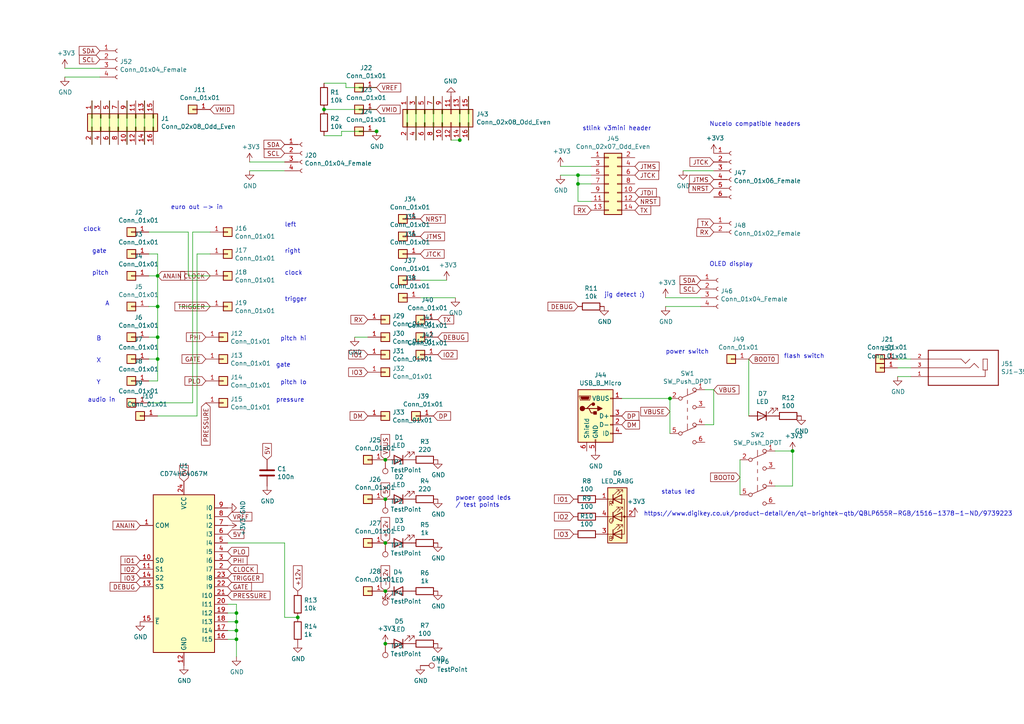
<source format=kicad_sch>
(kicad_sch (version 20230121) (generator eeschema)
  (paper "A4")
  (junction (at 86.36 179.07))
  (junction (at 194.31 115.57))
  (junction (at 111.76 171.45))
  (junction (at 68.58 180.34))
  (junction (at 45.72 80.01))
  (junction (at 68.58 182.88))
  (junction (at 111.76 157.48))
  (junction (at 229.87 130.81))
  (junction (at 133.35 40.64))
  (junction (at 45.72 97.79))
  (junction (at 68.58 177.8))
  (junction (at 109.22 38.1))
  (junction (at 68.58 185.42))
  (junction (at 167.64 50.8))
  (junction (at 45.72 104.14))
  (junction (at 111.76 144.78))
  (junction (at 111.76 133.35))
  (junction (at 93.98 31.75))
  (junction (at 167.64 53.34))
  (junction (at 111.76 186.69))
  (junction (at 45.72 88.9))
  (wire (pts (xy 18.796 22.352) (xy 28.956 22.352)))
  (wire (pts (xy 198.12 49.53) (xy 207.01 49.53)))
  (wire (pts (xy 66.04 180.34) (xy 68.58 180.34)))
  (wire (pts (xy 43.18 116.84) (xy 55.88 116.84)))
  (wire (pts (xy 207.01 123.19) (xy 204.47 123.19)))
  (wire (pts (xy 207.01 113.03) (xy 207.01 123.19)))
  (wire (pts (xy 45.72 97.79) (xy 45.72 88.9)))
  (wire (pts (xy 29.21 41.91) (xy 29.21 29.21)))
  (wire (pts (xy 55.88 116.84) (xy 55.88 67.31)))
  (wire (pts (xy 68.58 185.42) (xy 68.58 190.5)))
  (wire (pts (xy 60.96 80.01) (xy 54.61 80.01)))
  (wire (pts (xy 109.22 25.4) (xy 100.33 25.4)))
  (wire (pts (xy 224.79 130.81) (xy 229.87 130.81)))
  (wire (pts (xy 133.35 27.94) (xy 133.35 40.64)))
  (wire (pts (xy 66.04 182.88) (xy 68.58 182.88)))
  (wire (pts (xy 68.58 177.8) (xy 68.58 180.34)))
  (wire (pts (xy 128.27 27.94) (xy 128.27 40.64)))
  (wire (pts (xy 100.33 24.13) (xy 93.98 24.13)))
  (wire (pts (xy 214.63 133.35) (xy 214.63 143.51)))
  (wire (pts (xy 167.64 50.8) (xy 167.64 53.34)))
  (wire (pts (xy 130.81 40.64) (xy 133.35 40.64)))
  (wire (pts (xy 162.56 50.8) (xy 167.64 50.8)))
  (wire (pts (xy 66.04 175.26) (xy 68.58 175.26)))
  (wire (pts (xy 45.72 88.9) (xy 43.18 88.9)))
  (wire (pts (xy 60.96 73.66) (xy 57.15 73.66)))
  (wire (pts (xy 68.58 182.88) (xy 68.58 185.42)))
  (wire (pts (xy 60.96 88.9) (xy 52.07 88.9)))
  (wire (pts (xy 193.04 86.36) (xy 203.2 86.36)))
  (wire (pts (xy 264.16 109.22) (xy 260.35 109.22)))
  (wire (pts (xy 43.18 104.14) (xy 45.72 104.14)))
  (wire (pts (xy 120.65 27.94) (xy 120.65 40.64)))
  (wire (pts (xy 167.64 58.42) (xy 171.45 58.42)))
  (wire (pts (xy 260.35 106.68) (xy 264.16 106.68)))
  (wire (pts (xy 100.33 25.4) (xy 100.33 24.13)))
  (wire (pts (xy 43.18 80.01) (xy 45.72 80.01)))
  (wire (pts (xy 109.22 31.75) (xy 93.98 31.75)))
  (wire (pts (xy 54.61 80.01) (xy 54.61 67.31)))
  (wire (pts (xy 45.72 88.9) (xy 45.72 80.01)))
  (wire (pts (xy 82.55 157.48) (xy 82.55 179.07)))
  (wire (pts (xy 45.72 97.79) (xy 43.18 97.79)))
  (wire (pts (xy 31.75 29.21) (xy 31.75 41.91)))
  (wire (pts (xy 26.67 29.21) (xy 26.67 41.91)))
  (wire (pts (xy 217.17 104.14) (xy 217.17 120.65)))
  (wire (pts (xy 66.04 185.42) (xy 68.58 185.42)))
  (wire (pts (xy 44.45 41.91) (xy 44.45 29.21)))
  (wire (pts (xy 55.88 67.31) (xy 60.96 67.31)))
  (wire (pts (xy 39.37 41.91) (xy 39.37 29.21)))
  (wire (pts (xy 72.39 46.99) (xy 82.55 46.99)))
  (wire (pts (xy 43.18 67.31) (xy 54.61 67.31)))
  (wire (pts (xy 229.87 130.81) (xy 229.87 140.97)))
  (wire (pts (xy 118.11 27.94) (xy 118.11 40.64)))
  (wire (pts (xy 72.39 49.53) (xy 82.55 49.53)))
  (wire (pts (xy 99.06 39.37) (xy 93.98 39.37)))
  (wire (pts (xy 57.15 73.66) (xy 57.15 120.65)))
  (wire (pts (xy 68.58 180.34) (xy 68.58 182.88)))
  (wire (pts (xy 123.19 27.94) (xy 123.19 40.64)))
  (wire (pts (xy 57.15 120.65) (xy 45.72 120.65)))
  (wire (pts (xy 66.04 157.48) (xy 82.55 157.48)))
  (wire (pts (xy 135.89 27.94) (xy 135.89 40.64)))
  (wire (pts (xy 45.72 110.49) (xy 45.72 104.14)))
  (wire (pts (xy 43.18 110.49) (xy 45.72 110.49)))
  (wire (pts (xy 45.72 73.66) (xy 43.18 73.66)))
  (wire (pts (xy 193.04 88.9) (xy 203.2 88.9)))
  (wire (pts (xy 180.34 115.57) (xy 194.31 115.57)))
  (wire (pts (xy 194.31 115.57) (xy 194.31 125.73)))
  (wire (pts (xy 99.06 38.1) (xy 99.06 39.37)))
  (wire (pts (xy 66.04 177.8) (xy 68.58 177.8)))
  (wire (pts (xy 229.87 140.97) (xy 224.79 140.97)))
  (wire (pts (xy 45.72 104.14) (xy 45.72 97.79)))
  (wire (pts (xy 162.56 48.26) (xy 171.45 48.26)))
  (wire (pts (xy 41.91 29.21) (xy 41.91 41.91)))
  (wire (pts (xy 82.55 179.07) (xy 86.36 179.07)))
  (wire (pts (xy 167.64 53.34) (xy 171.45 53.34)))
  (wire (pts (xy 129.54 81.28) (xy 121.92 81.28)))
  (wire (pts (xy 18.796 19.812) (xy 28.956 19.812)))
  (wire (pts (xy 36.83 29.21) (xy 36.83 41.91)))
  (wire (pts (xy 109.22 38.1) (xy 99.06 38.1)))
  (wire (pts (xy 102.87 97.79) (xy 106.68 97.79)))
  (wire (pts (xy 121.92 86.36) (xy 132.08 86.36)))
  (wire (pts (xy 167.64 53.34) (xy 167.64 58.42)))
  (wire (pts (xy 68.58 175.26) (xy 68.58 177.8)))
  (wire (pts (xy 264.16 104.14) (xy 260.35 104.14)))
  (wire (pts (xy 204.47 113.03) (xy 207.01 113.03)))
  (wire (pts (xy 45.72 80.01) (xy 45.72 73.66)))
  (wire (pts (xy 125.73 40.64) (xy 125.73 27.94)))
  (wire (pts (xy 34.29 41.91) (xy 34.29 29.21)))
  (wire (pts (xy 167.64 50.8) (xy 171.45 50.8)))
  (text "status led" (at 191.77 143.51 0) (effects (font (size 1.27 1.27)) (justify left bottom)))
  (text "clock" (at 82.55 80.01 0) (effects (font (size 1.27 1.27)) (justify left bottom)))
  (text "euro out -> in" (at 49.53 60.96 0) (effects (font (size 1.27 1.27)) (justify left bottom)))
  (text "pressure" (at 80.01 116.84 0) (effects (font (size 1.27 1.27)) (justify left bottom)))
  (text "clock" (at 24.13 67.31 0) (effects (font (size 1.27 1.27)) (justify left bottom)))
  (text "left" (at 82.55 66.04 0) (effects (font (size 1.27 1.27)) (justify left bottom)))
  (text "gate" (at 26.67 73.66 0) (effects (font (size 1.27 1.27)) (justify left bottom)))
  (text "jig detect :)" (at 175.26 86.36 0) (effects (font (size 1.27 1.27)) (justify left bottom)))
  (text "right" (at 82.55 73.66 0) (effects (font (size 1.27 1.27)) (justify left bottom)))
  (text "https://www.digikey.co.uk/product-detail/en/qt-brightek-qtb/QBLP655R-RGB/1516-1378-1-ND/9739223" (at 186.69 149.86 0) (effects (font (size 1.27 1.27)) (justify left bottom)))
  (text "X" (at 27.94 105.41 0) (effects (font (size 1.27 1.27)) (justify left bottom)))
  (text "power switch" (at 193.04 102.87 0) (effects (font (size 1.27 1.27)) (justify left bottom)))
  (text "pitch lo" (at 81.28 111.76 0) (effects (font (size 1.27 1.27)) (justify left bottom)))
  (text "Y" (at 27.94 111.76 0) (effects (font (size 1.27 1.27)) (justify left bottom)))
  (text "pitch hi" (at 81.28 99.06 0) (effects (font (size 1.27 1.27)) (justify left bottom)))
  (text "audio in" (at 25.4 116.84 0) (effects (font (size 1.27 1.27)) (justify left bottom)))
  (text "trigger" (at 82.55 87.63 0) (effects (font (size 1.27 1.27)) (justify left bottom)))
  (text "B" (at 27.94 99.06 0) (effects (font (size 1.27 1.27)) (justify left bottom)))
  (text "Nucelo compatible headers" (at 205.74 36.83 0) (effects (font (size 1.27 1.27)) (justify left bottom)))
  (text "OLED display" (at 205.74 77.47 0) (effects (font (size 1.27 1.27)) (justify left bottom)))
  (text "A" (at 30.48 88.9 0) (effects (font (size 1.27 1.27)) (justify left bottom)))
  (text "flash switch" (at 227.33 104.14 0) (effects (font (size 1.27 1.27)) (justify left bottom)))
  (text "stlink v3mini header" (at 168.91 38.1 0) (effects (font (size 1.27 1.27)) (justify left bottom)))
  (text "gate" (at 80.01 106.68 0) (effects (font (size 1.27 1.27)) (justify left bottom)))
  (text "pitch" (at 26.67 80.01 0) (effects (font (size 1.27 1.27)) (justify left bottom)))
  (text "pwoer good leds\n/ test points" (at 132.08 147.32 0) (effects (font (size 1.27 1.27)) (justify left bottom)))
  (global_label "SDA" (shape input) (at 28.956 14.732 180) (property "Intersheetrefs" "${INTERSHEET_REFS}" (effects hide)))
  (global_label "RX" (shape input) (at 207.01 67.31 180) (property "Intersheetrefs" "${INTERSHEET_REFS}" (effects hide)))
  (global_label "ANAIN" (shape input) (at 45.72 80.01 0) (property "Intersheetrefs" "${INTERSHEET_REFS}" (effects hide)))
  (global_label "VREF" (shape input) (at 66.04 149.86 0) (property "Intersheetrefs" "${INTERSHEET_REFS}" (effects hide)))
  (global_label "TRIGGER" (shape input) (at 60.96 88.9 180) (property "Intersheetrefs" "${INTERSHEET_REFS}" (effects hide)))
  (global_label "JTCK" (shape input) (at 184.15 50.8 0) (property "Intersheetrefs" "${INTERSHEET_REFS}" (effects hide)))
  (global_label "+12v" (shape input) (at 111.76 157.48 90) (property "Intersheetrefs" "${INTERSHEET_REFS}" (effects hide)))
  (global_label "NRST" (shape input) (at 184.15 58.42 0) (property "Intersheetrefs" "${INTERSHEET_REFS}" (effects hide)))
  (global_label "DEBUG" (shape input) (at 127 97.79 0) (property "Intersheetrefs" "${INTERSHEET_REFS}" (effects hide)))
  (global_label "JTCK" (shape input) (at 207.01 46.99 180) (property "Intersheetrefs" "${INTERSHEET_REFS}" (effects hide)))
  (global_label "BOOT0" (shape input) (at 217.17 104.14 0) (property "Intersheetrefs" "${INTERSHEET_REFS}" (effects hide)))
  (global_label "IO2" (shape input) (at 40.64 165.1 180) (property "Intersheetrefs" "${INTERSHEET_REFS}" (effects hide)))
  (global_label "PHI" (shape input) (at 59.69 97.79 180) (property "Intersheetrefs" "${INTERSHEET_REFS}" (effects hide)))
  (global_label "TX" (shape input) (at 207.01 64.77 180) (property "Intersheetrefs" "${INTERSHEET_REFS}" (effects hide)))
  (global_label "-12v" (shape input) (at 111.76 171.45 90) (property "Intersheetrefs" "${INTERSHEET_REFS}" (effects hide)))
  (global_label "JTCK" (shape input) (at 121.92 73.66 0) (property "Intersheetrefs" "${INTERSHEET_REFS}" (effects hide)))
  (global_label "PHI" (shape input) (at 66.04 162.56 0) (property "Intersheetrefs" "${INTERSHEET_REFS}" (effects hide)))
  (global_label "IO1" (shape input) (at 166.37 144.78 180) (property "Intersheetrefs" "${INTERSHEET_REFS}" (effects hide)))
  (global_label "5V" (shape input) (at 53.34 139.7 90) (property "Intersheetrefs" "${INTERSHEET_REFS}" (effects hide)))
  (global_label "SCL" (shape input) (at 28.956 17.272 180) (property "Intersheetrefs" "${INTERSHEET_REFS}" (effects hide)))
  (global_label "VBUSE" (shape input) (at 194.31 119.38 180) (property "Intersheetrefs" "${INTERSHEET_REFS}" (effects hide)))
  (global_label "PRESSURE" (shape input) (at 66.04 172.72 0) (property "Intersheetrefs" "${INTERSHEET_REFS}" (effects hide)))
  (global_label "TRIGGER" (shape input) (at 66.04 167.64 0) (property "Intersheetrefs" "${INTERSHEET_REFS}" (effects hide)))
  (global_label "DM" (shape input) (at 106.68 120.65 180) (property "Intersheetrefs" "${INTERSHEET_REFS}" (effects hide)))
  (global_label "IO3" (shape input) (at 106.68 107.95 180) (property "Intersheetrefs" "${INTERSHEET_REFS}" (effects hide)))
  (global_label "IO2" (shape input) (at 166.37 149.86 180) (property "Intersheetrefs" "${INTERSHEET_REFS}" (effects hide)))
  (global_label "5V" (shape input) (at 77.47 133.35 90) (property "Intersheetrefs" "${INTERSHEET_REFS}" (effects hide)))
  (global_label "VBUS" (shape input) (at 207.01 113.03 0) (property "Intersheetrefs" "${INTERSHEET_REFS}" (effects hide)))
  (global_label "SCL" (shape input) (at 82.55 44.45 180) (property "Intersheetrefs" "${INTERSHEET_REFS}" (effects hide)))
  (global_label "DP" (shape input) (at 125.73 120.65 0) (property "Intersheetrefs" "${INTERSHEET_REFS}" (effects hide)))
  (global_label "VBUS" (shape input) (at 111.76 133.35 90) (property "Intersheetrefs" "${INTERSHEET_REFS}" (effects hide)))
  (global_label "SDA" (shape input) (at 82.55 41.91 180) (property "Intersheetrefs" "${INTERSHEET_REFS}" (effects hide)))
  (global_label "SDA" (shape input) (at 203.2 81.28 180) (property "Intersheetrefs" "${INTERSHEET_REFS}" (effects hide)))
  (global_label "JTDI" (shape input) (at 184.15 55.88 0) (property "Intersheetrefs" "${INTERSHEET_REFS}" (effects hide)))
  (global_label "VREF" (shape input) (at 109.22 25.4 0) (property "Intersheetrefs" "${INTERSHEET_REFS}" (effects hide)))
  (global_label "5V" (shape input) (at 111.76 144.78 90) (property "Intersheetrefs" "${INTERSHEET_REFS}" (effects hide)))
  (global_label "JTMS" (shape input) (at 207.01 52.07 180) (property "Intersheetrefs" "${INTERSHEET_REFS}" (effects hide)))
  (global_label "IO2" (shape input) (at 127 102.87 0) (property "Intersheetrefs" "${INTERSHEET_REFS}" (effects hide)))
  (global_label "IO3" (shape input) (at 166.37 154.94 180) (property "Intersheetrefs" "${INTERSHEET_REFS}" (effects hide)))
  (global_label "SCL" (shape input) (at 203.2 83.82 180) (property "Intersheetrefs" "${INTERSHEET_REFS}" (effects hide)))
  (global_label "IO1" (shape input) (at 106.68 102.87 180) (property "Intersheetrefs" "${INTERSHEET_REFS}" (effects hide)))
  (global_label "NRST" (shape input) (at 121.92 63.5 0) (property "Intersheetrefs" "${INTERSHEET_REFS}" (effects hide)))
  (global_label "TX" (shape input) (at 127 92.71 0) (property "Intersheetrefs" "${INTERSHEET_REFS}" (effects hide)))
  (global_label "IO1" (shape input) (at 40.64 162.56 180) (property "Intersheetrefs" "${INTERSHEET_REFS}" (effects hide)))
  (global_label "CLOCK" (shape input) (at 60.96 80.01 180) (property "Intersheetrefs" "${INTERSHEET_REFS}" (effects hide)))
  (global_label "BOOT0" (shape input) (at 214.63 138.43 180) (property "Intersheetrefs" "${INTERSHEET_REFS}" (effects hide)))
  (global_label "ANAIN" (shape input) (at 40.64 152.4 180) (property "Intersheetrefs" "${INTERSHEET_REFS}" (effects hide)))
  (global_label "GATE" (shape input) (at 59.69 104.14 180) (property "Intersheetrefs" "${INTERSHEET_REFS}" (effects hide)))
  (global_label "PLO" (shape input) (at 59.69 110.49 180) (property "Intersheetrefs" "${INTERSHEET_REFS}" (effects hide)))
  (global_label "PLO" (shape input) (at 66.04 160.02 0) (property "Intersheetrefs" "${INTERSHEET_REFS}" (effects hide)))
  (global_label "JTMS" (shape input) (at 184.15 48.26 0) (property "Intersheetrefs" "${INTERSHEET_REFS}" (effects hide)))
  (global_label "VMID" (shape input) (at 60.96 31.75 0) (property "Intersheetrefs" "${INTERSHEET_REFS}" (effects hide)))
  (global_label "DM" (shape input) (at 180.34 123.19 0) (property "Intersheetrefs" "${INTERSHEET_REFS}" (effects hide)))
  (global_label "PRESSURE" (shape input) (at 59.69 116.84 270) (property "Intersheetrefs" "${INTERSHEET_REFS}" (effects hide)))
  (global_label "TX" (shape input) (at 184.15 60.96 0) (property "Intersheetrefs" "${INTERSHEET_REFS}" (effects hide)))
  (global_label "DEBUG" (shape input) (at 40.64 170.18 180) (property "Intersheetrefs" "${INTERSHEET_REFS}" (effects hide)))
  (global_label "VMID" (shape input) (at 109.22 31.75 0) (property "Intersheetrefs" "${INTERSHEET_REFS}" (effects hide)))
  (global_label "JTMS" (shape input) (at 121.92 68.58 0) (property "Intersheetrefs" "${INTERSHEET_REFS}" (effects hide)))
  (global_label "CLOCK" (shape input) (at 66.04 165.1 0) (property "Intersheetrefs" "${INTERSHEET_REFS}" (effects hide)))
  (global_label "RX" (shape input) (at 106.68 92.71 180) (property "Intersheetrefs" "${INTERSHEET_REFS}" (effects hide)))
  (global_label "+12v" (shape input) (at 86.36 171.45 90) (property "Intersheetrefs" "${INTERSHEET_REFS}" (effects hide)))
  (global_label "DEBUG" (shape input) (at 167.64 88.9 180) (property "Intersheetrefs" "${INTERSHEET_REFS}" (effects hide)))
  (global_label "IO3" (shape input) (at 40.64 167.64 180) (property "Intersheetrefs" "${INTERSHEET_REFS}" (effects hide)))
  (global_label "GATE" (shape input) (at 66.04 170.18 0) (property "Intersheetrefs" "${INTERSHEET_REFS}" (effects hide)))
  (global_label "DP" (shape input) (at 180.34 120.65 0) (property "Intersheetrefs" "${INTERSHEET_REFS}" (effects hide)))
  (global_label "5V" (shape input) (at 66.04 154.94 0) (property "Intersheetrefs" "${INTERSHEET_REFS}" (effects hide)))
  (global_label "NRST" (shape input) (at 207.01 54.61 180) (property "Intersheetrefs" "${INTERSHEET_REFS}" (effects hide)))
  (global_label "RX" (shape input) (at 171.45 60.96 180) (property "Intersheetrefs" "${INTERSHEET_REFS}" (effects hide)))
  (symbol (lib_id "power:GND") (at 130.81 27.94 180) (unit 1)
    (property "Reference" "#PWR0101" (effects hide))
    (property "Value" "GND" (at 130.683 23.5458 0))
  )
  (symbol (lib_id "Connector_Generic:Conn_02x08_Odd_Even") (at 34.29 34.29 90) (mirror x) (unit 1)
    (property "Reference" "J1" (at 46.6852 34.3916 90) (effects (justify right)))
    (property "Value" "Conn_02x08_Odd_Even" (at 46.6852 36.703 90) (effects (justify right)))
    (property "Footprint" "Connector_PinSocket_2.54mm:PinSocket_2x08_P2.54mm_Vertical" (effects hide))
  )
  (symbol (lib_id "Connector_Generic:Conn_02x08_Odd_Even") (at 125.73 33.02 90) (mirror x) (unit 1)
    (property "Reference" "J43" (at 138.1252 33.1216 90) (effects (justify right)))
    (property "Value" "Conn_02x08_Odd_Even" (at 138.1252 35.433 90) (effects (justify right)))
    (property "Footprint" "Connector_PinSocket_2.54mm:PinSocket_2x08_P2.54mm_Vertical" (effects hide))
  )
  (symbol (lib_id "Connector_Generic:Conn_01x01") (at 38.1 67.31 180) (unit 1)
    (property "Reference" "J2" (at 40.1828 61.595 0))
    (property "Value" "Conn_01x01" (at 40.1828 63.9064 0))
    (property "Footprint" "Connector_PinHeader_2.54mm:PinHeader_1x01_P2.54mm_Vertical" (effects hide))
  )
  (symbol (lib_id "Connector_Generic:Conn_01x01") (at 38.1 73.66 180) (unit 1)
    (property "Reference" "J3" (at 40.1828 67.945 0))
    (property "Value" "Conn_01x01" (at 40.1828 70.2564 0))
    (property "Footprint" "Connector_PinHeader_2.54mm:PinHeader_1x01_P2.54mm_Vertical" (effects hide))
  )
  (symbol (lib_id "Connector_Generic:Conn_01x01") (at 38.1 80.01 180) (unit 1)
    (property "Reference" "J4" (at 40.1828 74.295 0))
    (property "Value" "Conn_01x01" (at 40.1828 76.6064 0))
    (property "Footprint" "Connector_PinHeader_2.54mm:PinHeader_1x01_P2.54mm_Vertical" (effects hide))
  )
  (symbol (lib_id "Connector_Generic:Conn_01x01") (at 38.1 88.9 180) (unit 1)
    (property "Reference" "J5" (at 40.1828 83.185 0))
    (property "Value" "Conn_01x01" (at 40.1828 85.4964 0))
    (property "Footprint" "Connector_PinHeader_2.54mm:PinHeader_1x01_P2.54mm_Vertical" (effects hide))
  )
  (symbol (lib_id "Connector_Generic:Conn_01x01") (at 38.1 97.79 180) (unit 1)
    (property "Reference" "J6" (at 40.1828 92.075 0))
    (property "Value" "Conn_01x01" (at 40.1828 94.3864 0))
    (property "Footprint" "Connector_PinHeader_2.54mm:PinHeader_1x01_P2.54mm_Vertical" (effects hide))
  )
  (symbol (lib_id "Connector_Generic:Conn_01x01") (at 38.1 104.14 180) (unit 1)
    (property "Reference" "J7" (at 40.1828 98.425 0))
    (property "Value" "Conn_01x01" (at 40.1828 100.7364 0))
    (property "Footprint" "Connector_PinHeader_2.54mm:PinHeader_1x01_P2.54mm_Vertical" (effects hide))
  )
  (symbol (lib_id "Connector_Generic:Conn_01x01") (at 38.1 110.49 180) (unit 1)
    (property "Reference" "J8" (at 40.1828 104.775 0))
    (property "Value" "Conn_01x01" (at 40.1828 107.0864 0))
    (property "Footprint" "Connector_PinHeader_2.54mm:PinHeader_1x01_P2.54mm_Vertical" (effects hide))
  )
  (symbol (lib_id "Connector_Generic:Conn_01x01") (at 38.1 116.84 180) (unit 1)
    (property "Reference" "J9" (at 40.1828 111.125 0))
    (property "Value" "Conn_01x01" (at 40.1828 113.4364 0))
    (property "Footprint" "Connector_PinHeader_2.54mm:PinHeader_1x01_P2.54mm_Vertical" (effects hide))
  )
  (symbol (lib_id "Connector_Generic:Conn_01x01") (at 40.64 120.65 180) (unit 1)
    (property "Reference" "J10" (at 42.7228 114.935 0))
    (property "Value" "Conn_01x01" (at 42.7228 117.2464 0))
    (property "Footprint" "Connector_PinHeader_2.54mm:PinHeader_1x01_P2.54mm_Vertical" (effects hide))
  )
  (symbol (lib_id "Connector_Generic:Conn_01x01") (at 66.04 67.31 0) (unit 1)
    (property "Reference" "J16" (at 68.072 66.2432 0) (effects (justify left)))
    (property "Value" "Conn_01x01" (at 68.072 68.5546 0) (effects (justify left)))
    (property "Footprint" "Connector_PinHeader_2.54mm:PinHeader_1x01_P2.54mm_Vertical" (effects hide))
  )
  (symbol (lib_id "Connector_Generic:Conn_01x01") (at 66.04 73.66 0) (unit 1)
    (property "Reference" "J17" (at 68.072 72.5932 0) (effects (justify left)))
    (property "Value" "Conn_01x01" (at 68.072 74.9046 0) (effects (justify left)))
    (property "Footprint" "Connector_PinHeader_2.54mm:PinHeader_1x01_P2.54mm_Vertical" (effects hide))
  )
  (symbol (lib_id "Connector_Generic:Conn_01x01") (at 66.04 80.01 0) (unit 1)
    (property "Reference" "J18" (at 68.072 78.9432 0) (effects (justify left)))
    (property "Value" "Conn_01x01" (at 68.072 81.2546 0) (effects (justify left)))
    (property "Footprint" "Connector_PinHeader_2.54mm:PinHeader_1x01_P2.54mm_Vertical" (effects hide))
  )
  (symbol (lib_id "Connector_Generic:Conn_01x01") (at 66.04 88.9 0) (unit 1)
    (property "Reference" "J19" (at 68.072 87.8332 0) (effects (justify left)))
    (property "Value" "Conn_01x01" (at 68.072 90.1446 0) (effects (justify left)))
    (property "Footprint" "Connector_PinHeader_2.54mm:PinHeader_1x01_P2.54mm_Vertical" (effects hide))
  )
  (symbol (lib_id "Connector_Generic:Conn_01x01") (at 64.77 97.79 0) (unit 1)
    (property "Reference" "J12" (at 66.802 96.7232 0) (effects (justify left)))
    (property "Value" "Conn_01x01" (at 66.802 99.0346 0) (effects (justify left)))
    (property "Footprint" "Connector_PinHeader_2.54mm:PinHeader_1x01_P2.54mm_Vertical" (effects hide))
  )
  (symbol (lib_id "Connector_Generic:Conn_01x01") (at 64.77 104.14 0) (unit 1)
    (property "Reference" "J13" (at 66.802 103.0732 0) (effects (justify left)))
    (property "Value" "Conn_01x01" (at 66.802 105.3846 0) (effects (justify left)))
    (property "Footprint" "Connector_PinHeader_2.54mm:PinHeader_1x01_P2.54mm_Vertical" (effects hide))
  )
  (symbol (lib_id "Connector_Generic:Conn_01x01") (at 64.77 110.49 0) (unit 1)
    (property "Reference" "J14" (at 66.802 109.4232 0) (effects (justify left)))
    (property "Value" "Conn_01x01" (at 66.802 111.7346 0) (effects (justify left)))
    (property "Footprint" "Connector_PinHeader_2.54mm:PinHeader_1x01_P2.54mm_Vertical" (effects hide))
  )
  (symbol (lib_id "Connector_Generic:Conn_01x01") (at 64.77 116.84 0) (unit 1)
    (property "Reference" "J15" (at 66.802 115.7732 0) (effects (justify left)))
    (property "Value" "Conn_01x01" (at 66.802 118.0846 0) (effects (justify left)))
    (property "Footprint" "Connector_PinHeader_2.54mm:PinHeader_1x01_P2.54mm_Vertical" (effects hide))
  )
  (symbol (lib_id "Connector_Generic:Conn_01x01") (at 116.84 63.5 180) (unit 1)
    (property "Reference" "J34" (at 118.9228 57.785 0))
    (property "Value" "Conn_01x01" (at 118.9228 60.0964 0))
    (property "Footprint" "Connector_PinHeader_2.54mm:PinHeader_1x01_P2.54mm_Vertical" (effects hide))
  )
  (symbol (lib_id "Connector_Generic:Conn_01x01") (at 116.84 68.58 180) (unit 1)
    (property "Reference" "J35" (at 118.9228 62.865 0))
    (property "Value" "Conn_01x01" (at 118.9228 65.1764 0))
    (property "Footprint" "Connector_PinHeader_2.54mm:PinHeader_1x01_P2.54mm_Vertical" (effects hide))
  )
  (symbol (lib_id "Connector_Generic:Conn_01x01") (at 116.84 73.66 180) (unit 1)
    (property "Reference" "J36" (at 118.9228 67.945 0))
    (property "Value" "Conn_01x01" (at 118.9228 70.2564 0))
    (property "Footprint" "Connector_PinHeader_2.54mm:PinHeader_1x01_P2.54mm_Vertical" (effects hide))
  )
  (symbol (lib_id "Connector_Generic:Conn_01x01") (at 116.84 81.28 180) (unit 1)
    (property "Reference" "J37" (at 118.9228 75.565 0))
    (property "Value" "Conn_01x01" (at 118.9228 77.8764 0))
    (property "Footprint" "Connector_PinHeader_2.54mm:PinHeader_1x01_P2.54mm_Vertical" (effects hide))
  )
  (symbol (lib_id "Connector_Generic:Conn_01x01") (at 116.84 86.36 180) (unit 1)
    (property "Reference" "J38" (at 118.9228 80.645 0))
    (property "Value" "Conn_01x01" (at 118.9228 82.9564 0))
    (property "Footprint" "Connector_PinHeader_2.54mm:PinHeader_1x01_P2.54mm_Vertical" (effects hide))
  )
  (symbol (lib_id "Connector_Generic:Conn_01x01") (at 111.76 92.71 0) (unit 1)
    (property "Reference" "J29" (at 113.792 91.6432 0) (effects (justify left)))
    (property "Value" "Conn_01x01" (at 113.792 93.9546 0) (effects (justify left)))
    (property "Footprint" "Connector_PinHeader_2.54mm:PinHeader_1x01_P2.54mm_Vertical" (effects hide))
  )
  (symbol (lib_id "Connector_Generic:Conn_01x01") (at 121.92 92.71 180) (unit 1)
    (property "Reference" "J40" (at 124.0028 86.995 0))
    (property "Value" "Conn_01x01" (at 124.0028 89.3064 0))
    (property "Footprint" "Connector_PinHeader_2.54mm:PinHeader_1x01_P2.54mm_Vertical" (effects hide))
  )
  (symbol (lib_id "Connector_Generic:Conn_01x01") (at 111.76 97.79 0) (unit 1)
    (property "Reference" "J30" (at 113.792 96.7232 0) (effects (justify left)))
    (property "Value" "Conn_01x01" (at 113.792 99.0346 0) (effects (justify left)))
    (property "Footprint" "Connector_PinHeader_2.54mm:PinHeader_1x01_P2.54mm_Vertical" (effects hide))
  )
  (symbol (lib_id "Connector_Generic:Conn_01x01") (at 111.76 102.87 0) (unit 1)
    (property "Reference" "J31" (at 113.792 101.8032 0) (effects (justify left)))
    (property "Value" "Conn_01x01" (at 113.792 104.1146 0) (effects (justify left)))
    (property "Footprint" "Connector_PinHeader_2.54mm:PinHeader_1x01_P2.54mm_Vertical" (effects hide))
  )
  (symbol (lib_id "Connector_Generic:Conn_01x01") (at 111.76 107.95 0) (unit 1)
    (property "Reference" "J32" (at 113.792 106.8832 0) (effects (justify left)))
    (property "Value" "Conn_01x01" (at 113.792 109.1946 0) (effects (justify left)))
    (property "Footprint" "Connector_PinHeader_2.54mm:PinHeader_1x01_P2.54mm_Vertical" (effects hide))
  )
  (symbol (lib_id "Connector_Generic:Conn_01x01") (at 121.92 97.79 180) (unit 1)
    (property "Reference" "J41" (at 124.0028 92.075 0))
    (property "Value" "Conn_01x01" (at 124.0028 94.3864 0))
    (property "Footprint" "Connector_PinHeader_2.54mm:PinHeader_1x01_P2.54mm_Vertical" (effects hide))
  )
  (symbol (lib_id "Connector_Generic:Conn_01x01") (at 121.92 102.87 180) (unit 1)
    (property "Reference" "J42" (at 124.0028 97.155 0))
    (property "Value" "Conn_01x01" (at 124.0028 99.4664 0))
    (property "Footprint" "Connector_PinHeader_2.54mm:PinHeader_1x01_P2.54mm_Vertical" (effects hide))
  )
  (symbol (lib_id "Connector_Generic:Conn_02x07_Odd_Even") (at 176.53 53.34 0) (unit 1)
    (property "Reference" "J45" (at 177.8 40.2082 0))
    (property "Value" "Conn_02x07_Odd_Even" (at 177.8 42.5196 0))
    (property "Footprint" "Connector_PinHeader_1.27mm:PinHeader_2x07_P1.27mm_Vertical_SMD" (effects hide))
  )
  (symbol (lib_id "power:GND") (at 162.56 50.8 0) (unit 1)
    (property "Reference" "#PWR013" (effects hide))
    (property "Value" "GND" (at 162.687 55.1942 0))
  )
  (symbol (lib_id "testjig-rescue:+3.3V-power") (at 162.56 48.26 0) (unit 1)
    (property "Reference" "#PWR012" (effects hide))
    (property "Value" "+3.3V" (at 162.941 43.8658 0))
  )
  (symbol (lib_id "testjig-rescue:Conn_01x06_Female-Connector") (at 212.09 49.53 0) (unit 1)
    (property "Reference" "J47" (at 212.8012 50.1396 0) (effects (justify left)))
    (property "Value" "Conn_01x06_Female" (at 212.8012 52.451 0) (effects (justify left)))
    (property "Footprint" "Connector_PinSocket_2.54mm:PinSocket_1x06_P2.54mm_Vertical" (effects hide))
  )
  (symbol (lib_id "testjig-rescue:+3.3V-power") (at 207.01 44.45 0) (unit 1)
    (property "Reference" "#PWR020" (effects hide))
    (property "Value" "+3.3V" (at 207.391 40.0558 0))
  )
  (symbol (lib_id "power:GND") (at 198.12 49.53 0) (unit 1)
    (property "Reference" "#PWR019" (effects hide))
    (property "Value" "GND" (at 198.247 53.9242 0))
  )
  (symbol (lib_id "testjig-rescue:+3.3V-power") (at 129.54 81.28 0) (unit 1)
    (property "Reference" "#PWR010" (effects hide))
    (property "Value" "+3.3V" (at 129.921 76.8858 0))
  )
  (symbol (lib_id "power:GND") (at 102.87 97.79 0) (unit 1)
    (property "Reference" "#PWR01" (effects hide))
    (property "Value" "GND" (at 102.997 102.1842 0))
  )
  (symbol (lib_id "power:GND") (at 132.08 86.36 0) (unit 1)
    (property "Reference" "#PWR011" (effects hide))
    (property "Value" "GND" (at 132.207 90.7542 0))
  )
  (symbol (lib_id "Connector_Generic:Conn_01x01") (at 212.09 104.14 180) (unit 1)
    (property "Reference" "J49" (at 214.1728 98.425 0))
    (property "Value" "Conn_01x01" (at 214.1728 100.7364 0))
    (property "Footprint" "Connector_PinHeader_2.54mm:PinHeader_1x01_P2.54mm_Vertical" (effects hide))
  )
  (symbol (lib_id "testjig-rescue:USB_B_Micro-Connector") (at 172.72 120.65 0) (unit 1)
    (property "Reference" "J44" (at 174.1678 108.7882 0))
    (property "Value" "USB_B_Micro" (at 174.1678 111.0996 0))
    (property "Footprint" "Connector_USB:USB_Micro-B_Molex-105017-0001" (effects hide))
  )
  (symbol (lib_id "Connector_Generic:Conn_01x01") (at 111.76 120.65 0) (unit 1)
    (property "Reference" "J33" (at 113.792 119.5832 0) (effects (justify left)))
    (property "Value" "Conn_01x01" (at 113.792 121.8946 0) (effects (justify left)))
    (property "Footprint" "Connector_PinHeader_2.54mm:PinHeader_1x01_P2.54mm_Vertical" (effects hide))
  )
  (symbol (lib_id "Connector_Generic:Conn_01x01") (at 120.65 120.65 180) (unit 1)
    (property "Reference" "J39" (at 122.7328 114.935 0))
    (property "Value" "Conn_01x01" (at 122.7328 117.2464 0))
    (property "Footprint" "Connector_PinHeader_2.54mm:PinHeader_1x01_P2.54mm_Vertical" (effects hide))
  )
  (symbol (lib_id "power:GND") (at 172.72 130.81 0) (unit 1)
    (property "Reference" "#PWR014" (effects hide))
    (property "Value" "GND" (at 172.847 135.2042 0))
  )
  (symbol (lib_id "testjig-rescue:Conn_01x04_Female-Connector") (at 208.28 83.82 0) (unit 1)
    (property "Reference" "J46" (at 208.9912 84.4296 0) (effects (justify left)))
    (property "Value" "Conn_01x04_Female" (at 208.9912 86.741 0) (effects (justify left)))
    (property "Footprint" "Connector_PinSocket_2.54mm:PinSocket_1x04_P2.54mm_Vertical" (effects hide))
  )
  (symbol (lib_id "testjig-rescue:+3.3V-power") (at 193.04 86.36 0) (unit 1)
    (property "Reference" "#PWR017" (effects hide))
    (property "Value" "+3.3V" (at 193.421 81.9658 0))
  )
  (symbol (lib_id "power:GND") (at 193.04 88.9 0) (unit 1)
    (property "Reference" "#PWR018" (effects hide))
    (property "Value" "GND" (at 193.167 93.2942 0))
  )
  (symbol (lib_id "Device:LED") (at 115.57 144.78 180) (unit 1)
    (property "Reference" "D2" (at 115.7478 138.303 0))
    (property "Value" "LED" (at 115.7478 140.6144 0))
    (property "Footprint" "LED_SMD:LED_0603_1608Metric" (effects hide))
  )
  (symbol (lib_id "Connector_Generic:Conn_01x01") (at 106.68 144.78 180) (unit 1)
    (property "Reference" "J26" (at 108.7628 139.065 0))
    (property "Value" "Conn_01x01" (at 108.7628 141.3764 0))
    (property "Footprint" "Connector_PinHeader_2.54mm:PinHeader_1x01_P2.54mm_Vertical" (effects hide))
  )
  (symbol (lib_id "Connector:TestPoint") (at 111.76 144.78 180) (unit 1)
    (property "Reference" "TP2" (at 113.2332 145.4404 0) (effects (justify right)))
    (property "Value" "TestPoint" (at 113.2332 147.7518 0) (effects (justify right)))
    (property "Footprint" "TestPoint:TestPoint_Pad_2.5x2.5mm" (effects hide))
  )
  (symbol (lib_id "Device:R") (at 123.19 144.78 270) (unit 1)
    (property "Reference" "R4" (at 123.19 139.5222 90))
    (property "Value" "220" (at 123.19 141.8336 90))
    (property "Footprint" "Resistor_SMD:R_0603_1608Metric_Pad1.05x0.95mm_HandSolder" (effects hide))
  )
  (symbol (lib_id "power:GND") (at 127 144.78 0) (unit 1)
    (property "Reference" "#PWR06" (effects hide))
    (property "Value" "GND" (at 127.127 149.1742 0))
  )
  (symbol (lib_id "Device:LED") (at 115.57 157.48 180) (unit 1)
    (property "Reference" "D3" (at 115.7478 151.003 0))
    (property "Value" "LED" (at 115.7478 153.3144 0))
    (property "Footprint" "LED_SMD:LED_0603_1608Metric" (effects hide))
  )
  (symbol (lib_id "Connector_Generic:Conn_01x01") (at 106.68 157.48 180) (unit 1)
    (property "Reference" "J27" (at 108.7628 151.765 0))
    (property "Value" "Conn_01x01" (at 108.7628 154.0764 0))
    (property "Footprint" "Connector_PinHeader_2.54mm:PinHeader_1x01_P2.54mm_Vertical" (effects hide))
  )
  (symbol (lib_id "Connector:TestPoint") (at 111.76 157.48 180) (unit 1)
    (property "Reference" "TP3" (at 113.2332 158.1404 0) (effects (justify right)))
    (property "Value" "TestPoint" (at 113.2332 160.4518 0) (effects (justify right)))
    (property "Footprint" "TestPoint:TestPoint_Pad_2.5x2.5mm" (effects hide))
  )
  (symbol (lib_id "Device:R") (at 123.19 157.48 270) (unit 1)
    (property "Reference" "R5" (at 123.19 152.2222 90))
    (property "Value" "1k" (at 123.19 154.5336 90))
    (property "Footprint" "Resistor_SMD:R_0603_1608Metric_Pad1.05x0.95mm_HandSolder" (effects hide))
  )
  (symbol (lib_id "power:GND") (at 127 157.48 0) (unit 1)
    (property "Reference" "#PWR07" (effects hide))
    (property "Value" "GND" (at 127.127 161.8742 0))
  )
  (symbol (lib_id "Device:LED") (at 115.57 171.45 0) (unit 1)
    (property "Reference" "D4" (at 115.3922 165.9382 0))
    (property "Value" "LED" (at 115.3922 168.2496 0))
    (property "Footprint" "LED_SMD:LED_0603_1608Metric" (effects hide))
  )
  (symbol (lib_id "Connector_Generic:Conn_01x01") (at 106.68 171.45 180) (unit 1)
    (property "Reference" "J28" (at 108.7628 165.735 0))
    (property "Value" "Conn_01x01" (at 108.7628 168.0464 0))
    (property "Footprint" "Connector_PinHeader_2.54mm:PinHeader_1x01_P2.54mm_Vertical" (effects hide))
  )
  (symbol (lib_id "Connector:TestPoint") (at 111.76 171.45 180) (unit 1)
    (property "Reference" "TP4" (at 113.2332 172.1104 0) (effects (justify right)))
    (property "Value" "TestPoint" (at 113.2332 174.4218 0) (effects (justify right)))
    (property "Footprint" "TestPoint:TestPoint_Pad_2.5x2.5mm" (effects hide))
  )
  (symbol (lib_id "Device:R") (at 123.19 171.45 270) (unit 1)
    (property "Reference" "R6" (at 123.19 166.1922 90))
    (property "Value" "1k" (at 123.19 168.5036 90))
    (property "Footprint" "Resistor_SMD:R_0603_1608Metric_Pad1.05x0.95mm_HandSolder" (effects hide))
  )
  (symbol (lib_id "power:GND") (at 127 171.45 0) (unit 1)
    (property "Reference" "#PWR08" (effects hide))
    (property "Value" "GND" (at 127.127 175.8442 0))
  )
  (symbol (lib_id "Device:LED") (at 115.57 186.69 180) (unit 1)
    (property "Reference" "D5" (at 115.7478 180.213 0))
    (property "Value" "LED" (at 115.7478 182.5244 0))
    (property "Footprint" "LED_SMD:LED_0603_1608Metric" (effects hide))
  )
  (symbol (lib_id "Connector:TestPoint") (at 111.76 186.69 180) (unit 1)
    (property "Reference" "TP5" (at 113.2332 187.3504 0) (effects (justify right)))
    (property "Value" "TestPoint" (at 113.2332 189.6618 0) (effects (justify right)))
    (property "Footprint" "TestPoint:TestPoint_Pad_2.5x2.5mm" (effects hide))
  )
  (symbol (lib_id "Device:R") (at 123.19 186.69 270) (unit 1)
    (property "Reference" "R7" (at 123.19 181.4322 90))
    (property "Value" "100" (at 123.19 183.7436 90))
    (property "Footprint" "Resistor_SMD:R_0603_1608Metric_Pad1.05x0.95mm_HandSolder" (effects hide))
  )
  (symbol (lib_id "power:GND") (at 127 186.69 0) (unit 1)
    (property "Reference" "#PWR09" (effects hide))
    (property "Value" "GND" (at 127.127 191.0842 0))
  )
  (symbol (lib_id "Device:LED") (at 115.57 133.35 180) (unit 1)
    (property "Reference" "D1" (at 115.7478 126.873 0))
    (property "Value" "LED" (at 115.7478 129.1844 0))
    (property "Footprint" "LED_SMD:LED_0603_1608Metric" (effects hide))
  )
  (symbol (lib_id "Connector_Generic:Conn_01x01") (at 106.68 133.35 180) (unit 1)
    (property "Reference" "J25" (at 108.7628 127.635 0))
    (property "Value" "Conn_01x01" (at 108.7628 129.9464 0))
    (property "Footprint" "Connector_PinHeader_2.54mm:PinHeader_1x01_P2.54mm_Vertical" (effects hide))
  )
  (symbol (lib_id "Connector:TestPoint") (at 111.76 133.35 180) (unit 1)
    (property "Reference" "TP1" (at 113.2332 134.0104 0) (effects (justify right)))
    (property "Value" "TestPoint" (at 113.2332 136.3218 0) (effects (justify right)))
    (property "Footprint" "TestPoint:TestPoint_Pad_2.5x2.5mm" (effects hide))
  )
  (symbol (lib_id "Device:R") (at 123.19 133.35 270) (unit 1)
    (property "Reference" "R3" (at 123.19 128.0922 90))
    (property "Value" "220" (at 123.19 130.4036 90))
    (property "Footprint" "Resistor_SMD:R_0603_1608Metric_Pad1.05x0.95mm_HandSolder" (effects hide))
  )
  (symbol (lib_id "power:GND") (at 127 133.35 0) (unit 1)
    (property "Reference" "#PWR05" (effects hide))
    (property "Value" "GND" (at 127.127 137.7442 0))
  )
  (symbol (lib_id "testjig-rescue:+3.3V-power") (at 111.76 186.69 0) (unit 1)
    (property "Reference" "#PWR03" (effects hide))
    (property "Value" "+3.3V" (at 112.141 182.2958 0))
  )
  (symbol (lib_id "Device:R") (at 171.45 88.9 270) (unit 1)
    (property "Reference" "R11" (at 171.45 83.6422 90))
    (property "Value" "10k" (at 171.45 85.9536 90))
    (property "Footprint" "Resistor_SMD:R_0603_1608Metric_Pad1.05x0.95mm_HandSolder" (effects hide))
  )
  (symbol (lib_id "power:GND") (at 175.26 88.9 0) (unit 1)
    (property "Reference" "#PWR015" (effects hide))
    (property "Value" "GND" (at 175.387 93.2942 0))
  )
  (symbol (lib_id "Device:R") (at 170.18 144.78 270) (unit 1)
    (property "Reference" "R8" (at 170.18 139.5222 90))
    (property "Value" "100" (at 170.18 141.8336 90))
    (property "Footprint" "Resistor_SMD:R_0603_1608Metric_Pad1.05x0.95mm_HandSolder" (effects hide))
  )
  (symbol (lib_id "Device:LED_RABG") (at 179.07 149.86 0) (unit 1)
    (property "Reference" "D6" (at 179.07 137.2362 0))
    (property "Value" "LED_RABG" (at 179.07 139.5476 0))
    (property "Footprint" "testjig:LED_RGB_1210_reverse" (effects hide))
  )
  (symbol (lib_id "Device:R") (at 170.18 149.86 270) (unit 1)
    (property "Reference" "R9" (at 170.18 144.6022 90))
    (property "Value" "100" (at 170.18 146.9136 90))
    (property "Footprint" "Resistor_SMD:R_0603_1608Metric_Pad1.05x0.95mm_HandSolder" (effects hide))
  )
  (symbol (lib_id "Device:R") (at 170.18 154.94 270) (unit 1)
    (property "Reference" "R10" (at 170.18 149.6822 90))
    (property "Value" "100" (at 170.18 151.9936 90))
    (property "Footprint" "Resistor_SMD:R_0603_1608Metric_Pad1.05x0.95mm_HandSolder" (effects hide))
  )
  (symbol (lib_id "testjig-rescue:+3.3V-power") (at 184.15 149.86 0) (unit 1)
    (property "Reference" "#PWR016" (effects hide))
    (property "Value" "+3.3V" (at 184.531 145.4658 0))
  )
  (symbol (lib_id "Connector_Generic:Conn_01x01") (at 55.88 31.75 180) (unit 1)
    (property "Reference" "J11" (at 57.9628 26.035 0))
    (property "Value" "Conn_01x01" (at 57.9628 28.3464 0))
    (property "Footprint" "Connector_PinHeader_2.54mm:PinHeader_1x01_P2.54mm_Vertical" (effects hide))
  )
  (symbol (lib_id "Connector_Generic:Conn_01x01") (at 104.14 31.75 180) (unit 1)
    (property "Reference" "J23" (at 106.2228 26.035 0))
    (property "Value" "Conn_01x01" (at 106.2228 28.3464 0))
    (property "Footprint" "Connector_PinHeader_2.54mm:PinHeader_1x01_P2.54mm_Vertical" (effects hide))
  )
  (symbol (lib_id "Device:R") (at 93.98 27.94 180) (unit 1)
    (property "Reference" "R1" (at 95.758 26.7716 0) (effects (justify right)))
    (property "Value" "10k" (at 95.758 29.083 0) (effects (justify right)))
    (property "Footprint" "Resistor_SMD:R_0603_1608Metric_Pad1.05x0.95mm_HandSolder" (effects hide))
  )
  (symbol (lib_id "Device:R") (at 93.98 35.56 180) (unit 1)
    (property "Reference" "R2" (at 95.758 34.3916 0) (effects (justify right)))
    (property "Value" "10k" (at 95.758 36.703 0) (effects (justify right)))
    (property "Footprint" "Resistor_SMD:R_0603_1608Metric_Pad1.05x0.95mm_HandSolder" (effects hide))
  )
  (symbol (lib_id "Connector_Generic:Conn_01x01") (at 104.14 25.4 180) (unit 1)
    (property "Reference" "J22" (at 106.2228 19.685 0))
    (property "Value" "Conn_01x01" (at 106.2228 21.9964 0))
    (property "Footprint" "Connector_PinHeader_2.54mm:PinHeader_1x01_P2.54mm_Vertical" (effects hide))
  )
  (symbol (lib_id "Connector_Generic:Conn_01x01") (at 104.14 38.1 180) (unit 1)
    (property "Reference" "J24" (at 106.2228 32.385 0))
    (property "Value" "Conn_01x01" (at 106.2228 34.6964 0))
    (property "Footprint" "Connector_PinHeader_2.54mm:PinHeader_1x01_P2.54mm_Vertical" (effects hide))
  )
  (symbol (lib_id "power:GND") (at 109.22 38.1 0) (unit 1)
    (property "Reference" "#PWR02" (effects hide))
    (property "Value" "GND" (at 109.347 42.4942 0))
  )
  (symbol (lib_id "testjig-rescue:Conn_01x02_Female-Connector") (at 212.09 64.77 0) (unit 1)
    (property "Reference" "J48" (at 212.8012 65.3796 0) (effects (justify left)))
    (property "Value" "Conn_01x02_Female" (at 212.8012 67.691 0) (effects (justify left)))
    (property "Footprint" "Connector_PinSocket_2.54mm:PinSocket_1x02_P2.54mm_Vertical" (effects hide))
  )
  (symbol (lib_id "Connector:TestPoint") (at 121.92 193.04 270) (unit 1)
    (property "Reference" "TP6" (at 126.6952 191.8716 90) (effects (justify left)))
    (property "Value" "TestPoint" (at 126.6952 194.183 90) (effects (justify left)))
    (property "Footprint" "TestPoint:TestPoint_Pad_2.5x2.5mm" (effects hide))
  )
  (symbol (lib_id "power:GND") (at 121.92 193.04 0) (unit 1)
    (property "Reference" "#PWR04" (effects hide))
    (property "Value" "GND" (at 122.047 197.4342 0))
  )
  (symbol (lib_id "Device:LED") (at 220.98 120.65 180) (unit 1)
    (property "Reference" "D7" (at 221.1578 114.173 0))
    (property "Value" "LED" (at 221.1578 116.4844 0))
    (property "Footprint" "LED_SMD:LED_0603_1608Metric" (effects hide))
  )
  (symbol (lib_id "Device:R") (at 228.6 120.65 270) (unit 1)
    (property "Reference" "R12" (at 228.6 115.3922 90))
    (property "Value" "100" (at 228.6 117.7036 90))
    (property "Footprint" "Resistor_SMD:R_0603_1608Metric_Pad1.05x0.95mm_HandSolder" (effects hide))
  )
  (symbol (lib_id "power:GND") (at 232.41 120.65 0) (unit 1)
    (property "Reference" "#PWR022" (effects hide))
    (property "Value" "GND" (at 232.537 125.0442 0))
  )
  (symbol (lib_id "Switch:SW_Push_DPDT") (at 199.39 120.65 0) (unit 1)
    (property "Reference" "SW1" (at 199.39 108.331 0))
    (property "Value" "SW_Push_DPDT" (at 199.39 110.6424 0))
    (property "Footprint" "testjig:dpdt 7mm" (effects hide))
  )
  (symbol (lib_id "Switch:SW_Push_DPDT") (at 219.71 138.43 0) (unit 1)
    (property "Reference" "SW2" (at 219.71 126.111 0))
    (property "Value" "SW_Push_DPDT" (at 219.71 128.4224 0))
    (property "Footprint" "testjig:dpdt 7mm" (effects hide))
  )
  (symbol (lib_id "testjig-rescue:+3.3V-power") (at 229.87 130.81 0) (unit 1)
    (property "Reference" "#PWR021" (effects hide))
    (property "Value" "+3.3V" (at 230.251 126.4158 0))
  )
  (symbol (lib_id "power:GND") (at 260.35 109.22 0) (unit 1)
    (property "Reference" "#PWR023" (effects hide))
    (property "Value" "GND" (at 260.477 113.6142 0))
  )
  (symbol (lib_id "Connector_Generic:Conn_01x01") (at 255.27 104.14 180) (unit 1)
    (property "Reference" "J21" (at 257.3528 98.425 0))
    (property "Value" "Conn_01x01" (at 257.3528 100.7364 0))
    (property "Footprint" "Connector_PinHeader_2.54mm:PinHeader_1x01_P2.54mm_Vertical" (effects hide))
  )
  (symbol (lib_id "Connector_Generic:Conn_01x01") (at 255.27 106.68 180) (unit 1)
    (property "Reference" "J50" (at 257.3528 100.965 0))
    (property "Value" "Conn_01x01" (at 257.3528 103.2764 0))
    (property "Footprint" "Connector_PinHeader_2.54mm:PinHeader_1x01_P2.54mm_Vertical" (effects hide))
  )
  (symbol (lib_id "testjig-rescue:SJ1-3523N-cap-plinkyblack-rescue") (at 279.4 106.68 180) (unit 1)
    (property "Reference" "J51" (at 290.322 105.5116 0) (effects (justify right)))
    (property "Value" "SJ1-3523N-cap" (at 290.322 107.823 0) (effects (justify right)))
    (property "Footprint" "plinky:CUI_SJ1-3523N" (effects hide))
    (property "Datasheet" "1.02" (effects hide))
    (property "Field4" "CUI" (effects hide))
    (property "Field5" "Manufacturer recommendation" (effects hide))
  )
  (symbol (lib_id "74xx:CD74HC4067M") (at 53.34 165.1 0) (unit 1)
    (property "Reference" "U1" (at 53.34 135.1026 0))
    (property "Value" "CD74HC4067M" (at 53.34 137.414 0))
    (property "Footprint" "Package_SO:SOIC-24W_7.5x15.4mm_P1.27mm" (effects hide))
    (property "Datasheet" "http://www.ti.com/lit/ds/symlink/cd74hc4067.pdf" (effects hide))
  )
  (symbol (lib_id "power:GND") (at 53.34 193.04 0) (unit 1)
    (property "Reference" "#PWR0104" (effects hide))
    (property "Value" "GND" (at 53.467 197.4342 0))
  )
  (symbol (lib_id "power:GND") (at 40.64 180.34 0) (unit 1)
    (property "Reference" "#PWR0105" (effects hide))
    (property "Value" "GND" (at 40.767 184.7342 0))
  )
  (symbol (lib_id "power:GND") (at 66.04 147.32 90) (unit 1)
    (property "Reference" "#PWR0106" (effects hide))
    (property "Value" "GND" (at 70.4342 147.193 0))
  )
  (symbol (lib_id "testjig-rescue:+3.3V-power") (at 66.04 152.4 270) (unit 1)
    (property "Reference" "#PWR0107" (effects hide))
    (property "Value" "+3.3V" (at 70.4342 152.781 0))
  )
  (symbol (lib_id "Device:R") (at 86.36 175.26 180) (unit 1)
    (property "Reference" "R13" (at 88.138 174.0916 0) (effects (justify right)))
    (property "Value" "10k" (at 88.138 176.403 0) (effects (justify right)))
    (property "Footprint" "Resistor_SMD:R_0603_1608Metric_Pad1.05x0.95mm_HandSolder" (effects hide))
  )
  (symbol (lib_id "Device:R") (at 86.36 182.88 180) (unit 1)
    (property "Reference" "R14" (at 88.138 181.7116 0) (effects (justify right)))
    (property "Value" "1k" (at 88.138 184.023 0) (effects (justify right)))
    (property "Footprint" "Resistor_SMD:R_0603_1608Metric_Pad1.05x0.95mm_HandSolder" (effects hide))
  )
  (symbol (lib_id "power:GND") (at 86.36 186.69 0) (unit 1)
    (property "Reference" "#PWR0108" (effects hide))
    (property "Value" "GND" (at 86.487 191.0842 0))
  )
  (symbol (lib_id "power:GND") (at 68.58 190.5 0) (unit 1)
    (property "Reference" "#PWR0109" (effects hide))
    (property "Value" "GND" (at 68.707 194.8942 0))
  )
  (symbol (lib_id "Device:C") (at 77.47 137.16 0) (unit 1)
    (property "Reference" "C1" (at 80.391 135.9916 0) (effects (justify left)))
    (property "Value" "100n" (at 80.391 138.303 0) (effects (justify left)))
    (property "Footprint" "Capacitor_SMD:C_0603_1608Metric_Pad1.05x0.95mm_HandSolder" (effects hide))
  )
  (symbol (lib_id "power:GND") (at 77.47 140.97 0) (unit 1)
    (property "Reference" "#PWR0110" (effects hide))
    (property "Value" "GND" (at 77.597 145.3642 0))
  )
  (symbol (lib_id "testjig-rescue:Conn_01x04_Female-Connector") (at 87.63 44.45 0) (unit 1)
    (property "Reference" "J20" (at 88.3412 45.0596 0) (effects (justify left)))
    (property "Value" "Conn_01x04_Female" (at 88.3412 47.371 0) (effects (justify left)))
    (property "Footprint" "Connector_PinSocket_2.54mm:PinSocket_1x04_P2.54mm_Vertical" (effects hide))
  )
  (symbol (lib_id "testjig-rescue:+3.3V-power") (at 72.39 46.99 0) (unit 1)
    (property "Reference" "#PWR0102" (effects hide))
    (property "Value" "+3.3V" (at 72.771 42.5958 0))
  )
  (symbol (lib_id "power:GND") (at 72.39 49.53 0) (unit 1)
    (property "Reference" "#PWR0103" (effects hide))
    (property "Value" "GND" (at 72.517 53.9242 0))
  )
  (symbol (lib_id "testjig-rescue:Conn_01x04_Female-Connector") (at 34.036 17.272 0) (unit 1)
    (property "Reference" "J52" (at 34.7472 17.8816 0) (effects (justify left)))
    (property "Value" "Conn_01x04_Female" (at 34.7472 20.193 0) (effects (justify left)))
    (property "Footprint" "Connector_PinSocket_2.54mm:PinSocket_1x04_P2.54mm_Vertical" (effects hide))
  )
  (symbol (lib_id "testjig-rescue:+3.3V-power") (at 18.796 19.812 0) (unit 1)
    (property "Reference" "#PWR024" (effects hide))
    (property "Value" "+3.3V" (at 19.177 15.4178 0))
  )
  (symbol (lib_id "power:GND") (at 18.796 22.352 0) (unit 1)
    (property "Reference" "#PWR025" (effects hide))
    (property "Value" "GND" (at 18.923 26.7462 0))
  )
)
</source>
